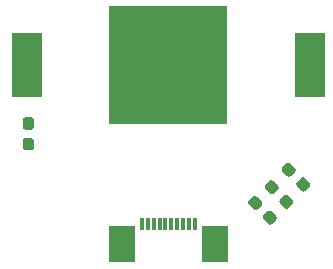
<source format=gbp>
G04 #@! TF.GenerationSoftware,KiCad,Pcbnew,5.1.6*
G04 #@! TF.CreationDate,2020-08-26T14:56:34+02:00*
G04 #@! TF.ProjectId,AnalogWatch,416e616c-6f67-4576-9174-63682e6b6963,rev?*
G04 #@! TF.SameCoordinates,Original*
G04 #@! TF.FileFunction,Paste,Bot*
G04 #@! TF.FilePolarity,Positive*
%FSLAX46Y46*%
G04 Gerber Fmt 4.6, Leading zero omitted, Abs format (unit mm)*
G04 Created by KiCad (PCBNEW 5.1.6) date 2020-08-26 14:56:34*
%MOMM*%
%LPD*%
G01*
G04 APERTURE LIST*
%ADD10R,10.000000X10.000000*%
%ADD11R,2.500000X5.500000*%
%ADD12R,0.300000X1.100000*%
%ADD13R,2.300000X3.100000*%
G04 APERTURE END LIST*
D10*
X100000000Y-95500000D03*
D11*
X88000000Y-95500000D03*
X112000000Y-95500000D03*
G36*
G01*
X87900500Y-101646500D02*
X88375500Y-101646500D01*
G75*
G02*
X88613000Y-101884000I0J-237500D01*
G01*
X88613000Y-102459000D01*
G75*
G02*
X88375500Y-102696500I-237500J0D01*
G01*
X87900500Y-102696500D01*
G75*
G02*
X87663000Y-102459000I0J237500D01*
G01*
X87663000Y-101884000D01*
G75*
G02*
X87900500Y-101646500I237500J0D01*
G01*
G37*
G36*
G01*
X87900500Y-99896500D02*
X88375500Y-99896500D01*
G75*
G02*
X88613000Y-100134000I0J-237500D01*
G01*
X88613000Y-100709000D01*
G75*
G02*
X88375500Y-100946500I-237500J0D01*
G01*
X87900500Y-100946500D01*
G75*
G02*
X87663000Y-100709000I0J237500D01*
G01*
X87663000Y-100134000D01*
G75*
G02*
X87900500Y-99896500I237500J0D01*
G01*
G37*
G36*
G01*
X109442831Y-106857707D02*
X109778707Y-106521831D01*
G75*
G02*
X110114583Y-106521831I167938J-167938D01*
G01*
X110521169Y-106928417D01*
G75*
G02*
X110521169Y-107264293I-167938J-167938D01*
G01*
X110185293Y-107600169D01*
G75*
G02*
X109849417Y-107600169I-167938J167938D01*
G01*
X109442831Y-107193583D01*
G75*
G02*
X109442831Y-106857707I167938J167938D01*
G01*
G37*
G36*
G01*
X108205395Y-105620271D02*
X108541271Y-105284395D01*
G75*
G02*
X108877147Y-105284395I167938J-167938D01*
G01*
X109283733Y-105690981D01*
G75*
G02*
X109283733Y-106026857I-167938J-167938D01*
G01*
X108947857Y-106362733D01*
G75*
G02*
X108611981Y-106362733I-167938J167938D01*
G01*
X108205395Y-105956147D01*
G75*
G02*
X108205395Y-105620271I167938J167938D01*
G01*
G37*
G36*
G01*
X109649613Y-104143489D02*
X109985489Y-103807613D01*
G75*
G02*
X110321365Y-103807613I167938J-167938D01*
G01*
X110727951Y-104214199D01*
G75*
G02*
X110727951Y-104550075I-167938J-167938D01*
G01*
X110392075Y-104885951D01*
G75*
G02*
X110056199Y-104885951I-167938J167938D01*
G01*
X109649613Y-104479365D01*
G75*
G02*
X109649613Y-104143489I167938J167938D01*
G01*
G37*
G36*
G01*
X110887049Y-105380925D02*
X111222925Y-105045049D01*
G75*
G02*
X111558801Y-105045049I167938J-167938D01*
G01*
X111965387Y-105451635D01*
G75*
G02*
X111965387Y-105787511I-167938J-167938D01*
G01*
X111629511Y-106123387D01*
G75*
G02*
X111293635Y-106123387I-167938J167938D01*
G01*
X110887049Y-105716801D01*
G75*
G02*
X110887049Y-105380925I167938J167938D01*
G01*
G37*
D12*
X102250000Y-108949500D03*
X101750000Y-108949500D03*
X101250000Y-108949500D03*
X100750000Y-108949500D03*
X100250000Y-108949500D03*
X99750000Y-108949500D03*
X99250000Y-108949500D03*
X98750000Y-108949500D03*
X98250000Y-108949500D03*
X97750000Y-108949500D03*
D13*
X103920000Y-110649500D03*
X96080000Y-110649500D03*
G36*
G01*
X109124169Y-108597793D02*
X108788293Y-108933669D01*
G75*
G02*
X108452417Y-108933669I-167938J167938D01*
G01*
X108045831Y-108527083D01*
G75*
G02*
X108045831Y-108191207I167938J167938D01*
G01*
X108381707Y-107855331D01*
G75*
G02*
X108717583Y-107855331I167938J-167938D01*
G01*
X109124169Y-108261917D01*
G75*
G02*
X109124169Y-108597793I-167938J-167938D01*
G01*
G37*
G36*
G01*
X107886733Y-107360357D02*
X107550857Y-107696233D01*
G75*
G02*
X107214981Y-107696233I-167938J167938D01*
G01*
X106808395Y-107289647D01*
G75*
G02*
X106808395Y-106953771I167938J167938D01*
G01*
X107144271Y-106617895D01*
G75*
G02*
X107480147Y-106617895I167938J-167938D01*
G01*
X107886733Y-107024481D01*
G75*
G02*
X107886733Y-107360357I-167938J-167938D01*
G01*
G37*
M02*

</source>
